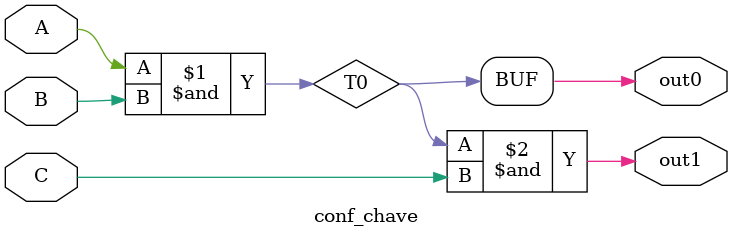
<source format=v>
module conf_chave(A, B, C, out0, out1);
	input A, B, C;
	output out0, out1;
	
	wire T0;

	and And0 (T0, A, B);
	wire out0 = T0;
	and And1 (out1, T0, C);
	

endmodule 
</source>
